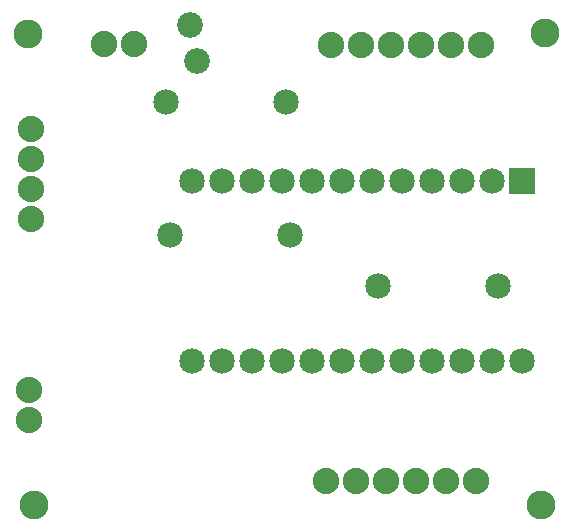
<source format=gts>
G04 MADE WITH FRITZING*
G04 WWW.FRITZING.ORG*
G04 DOUBLE SIDED*
G04 HOLES PLATED*
G04 CONTOUR ON CENTER OF CONTOUR VECTOR*
%ASAXBY*%
%FSLAX23Y23*%
%MOIN*%
%OFA0B0*%
%SFA1.0B1.0*%
%ADD10C,0.088000*%
%ADD11C,0.085433*%
%ADD12C,0.085000*%
%ADD13C,0.096614*%
%ADD14R,0.085000X0.085000*%
%LNMASK1*%
G90*
G70*
G54D10*
X499Y1685D03*
X399Y1685D03*
G54D11*
X708Y1629D03*
X684Y1749D03*
G54D12*
X618Y1050D03*
X1018Y1050D03*
X1713Y879D03*
X1313Y879D03*
X1006Y1492D03*
X606Y1492D03*
G54D13*
X1854Y149D03*
X167Y150D03*
X1869Y1722D03*
X146Y1717D03*
G54D12*
X1791Y1230D03*
X1791Y630D03*
X1691Y1230D03*
X1691Y630D03*
X1591Y1230D03*
X1591Y630D03*
X1491Y1230D03*
X1491Y630D03*
X1391Y1230D03*
X1391Y630D03*
X1291Y1230D03*
X1291Y630D03*
X1191Y1230D03*
X1191Y630D03*
X1091Y1230D03*
X1091Y630D03*
X991Y1230D03*
X991Y630D03*
X891Y1230D03*
X891Y630D03*
X791Y1230D03*
X791Y630D03*
X691Y1230D03*
X691Y630D03*
G54D10*
X155Y1403D03*
X155Y1303D03*
X155Y1203D03*
X155Y1103D03*
X150Y531D03*
X150Y431D03*
X1638Y230D03*
X1538Y230D03*
X1438Y230D03*
X1338Y230D03*
X1238Y230D03*
X1138Y230D03*
X1656Y1682D03*
X1556Y1682D03*
X1456Y1682D03*
X1356Y1682D03*
X1256Y1682D03*
X1156Y1682D03*
G54D14*
X1791Y1230D03*
G04 End of Mask1*
M02*
</source>
